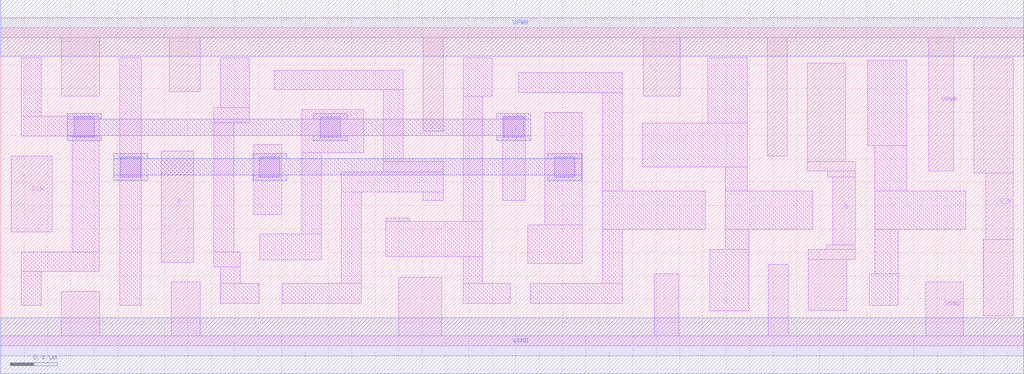
<source format=lef>
# Copyright 2020 The SkyWater PDK Authors
#
# Licensed under the Apache License, Version 2.0 (the "License");
# you may not use this file except in compliance with the License.
# You may obtain a copy of the License at
#
#     https://www.apache.org/licenses/LICENSE-2.0
#
# Unless required by applicable law or agreed to in writing, software
# distributed under the License is distributed on an "AS IS" BASIS,
# WITHOUT WARRANTIES OR CONDITIONS OF ANY KIND, either express or implied.
# See the License for the specific language governing permissions and
# limitations under the License.
#
# SPDX-License-Identifier: Apache-2.0

VERSION 5.5 ;
NAMESCASESENSITIVE ON ;
BUSBITCHARS "[]" ;
DIVIDERCHAR "/" ;
MACRO sky130_fd_sc_hd__dfxbp_1
  CLASS CORE ;
  SOURCE USER ;
  ORIGIN  0.000000  0.000000 ;
  SIZE  8.740000 BY  2.720000 ;
  SYMMETRY X Y R90 ;
  SITE unithd ;
  PIN D
    ANTENNAGATEAREA  0.126000 ;
    DIRECTION INPUT ;
    USE SIGNAL ;
    PORT
      LAYER li1 ;
        RECT 1.370000 0.715000 1.650000 1.665000 ;
    END
  END D
  PIN Q
    ANTENNADIFFAREA  0.429000 ;
    DIRECTION OUTPUT ;
    USE SIGNAL ;
    PORT
      LAYER li1 ;
        RECT 6.890000 1.495000 7.300000 1.575000 ;
        RECT 6.890000 1.575000 7.220000 2.420000 ;
        RECT 6.900000 0.305000 7.230000 0.740000 ;
        RECT 6.900000 0.740000 7.300000 0.825000 ;
        RECT 7.055000 0.825000 7.300000 0.865000 ;
        RECT 7.065000 1.445000 7.300000 1.495000 ;
        RECT 7.110000 0.865000 7.300000 1.445000 ;
    END
  END Q
  PIN Q_N
    ANTENNADIFFAREA  0.429000 ;
    DIRECTION OUTPUT ;
    USE SIGNAL ;
    PORT
      LAYER li1 ;
        RECT 8.315000 1.480000 8.650000 2.465000 ;
        RECT 8.395000 0.255000 8.650000 0.910000 ;
        RECT 8.415000 0.910000 8.650000 1.480000 ;
    END
  END Q_N
  PIN CLK
    ANTENNAGATEAREA  0.159000 ;
    DIRECTION INPUT ;
    USE CLOCK ;
    PORT
      LAYER li1 ;
        RECT 0.090000 0.975000 0.440000 1.625000 ;
    END
  END CLK
  PIN VGND
    DIRECTION INOUT ;
    SHAPE ABUTMENT ;
    USE GROUND ;
    PORT
      LAYER li1 ;
        RECT 0.000000 -0.085000 8.740000 0.085000 ;
        RECT 0.515000  0.085000 0.845000 0.465000 ;
        RECT 1.455000  0.085000 1.705000 0.545000 ;
        RECT 3.400000  0.085000 3.770000 0.585000 ;
        RECT 5.585000  0.085000 5.795000 0.615000 ;
        RECT 6.560000  0.085000 6.730000 0.695000 ;
        RECT 7.905000  0.085000 8.225000 0.545000 ;
    END
    PORT
      LAYER met1 ;
        RECT 0.000000 -0.240000 8.740000 0.240000 ;
    END
  END VGND
  PIN VPWR
    DIRECTION INOUT ;
    SHAPE ABUTMENT ;
    USE POWER ;
    PORT
      LAYER li1 ;
        RECT 0.000000 2.635000 8.740000 2.805000 ;
        RECT 0.515000 2.135000 0.845000 2.635000 ;
        RECT 1.440000 2.175000 1.705000 2.635000 ;
        RECT 3.610000 1.835000 3.780000 2.635000 ;
        RECT 5.490000 2.135000 5.805000 2.635000 ;
        RECT 6.550000 1.625000 6.720000 2.635000 ;
        RECT 7.930000 1.495000 8.145000 2.635000 ;
    END
    PORT
      LAYER met1 ;
        RECT 0.000000 2.480000 8.740000 2.960000 ;
    END
  END VPWR
  OBS
    LAYER li1 ;
      RECT 0.175000 0.345000 0.345000 0.635000 ;
      RECT 0.175000 0.635000 0.840000 0.805000 ;
      RECT 0.175000 1.795000 0.840000 1.965000 ;
      RECT 0.175000 1.965000 0.345000 2.465000 ;
      RECT 0.610000 0.805000 0.840000 1.795000 ;
      RECT 1.015000 0.345000 1.200000 2.465000 ;
      RECT 1.820000 0.675000 2.045000 0.805000 ;
      RECT 1.820000 0.805000 1.990000 1.910000 ;
      RECT 1.820000 1.910000 2.125000 2.040000 ;
      RECT 1.875000 0.365000 2.210000 0.535000 ;
      RECT 1.875000 0.535000 2.045000 0.675000 ;
      RECT 1.875000 2.040000 2.125000 2.465000 ;
      RECT 2.160000 1.125000 2.400000 1.720000 ;
      RECT 2.215000 0.735000 2.740000 0.955000 ;
      RECT 2.335000 2.190000 3.440000 2.360000 ;
      RECT 2.405000 0.365000 3.080000 0.535000 ;
      RECT 2.570000 0.955000 2.740000 1.655000 ;
      RECT 2.570000 1.655000 3.100000 2.020000 ;
      RECT 2.910000 0.535000 3.080000 1.315000 ;
      RECT 2.910000 1.315000 3.780000 1.485000 ;
      RECT 3.270000 1.485000 3.780000 1.575000 ;
      RECT 3.270000 1.575000 3.440000 2.190000 ;
      RECT 3.290000 0.765000 4.120000 1.065000 ;
      RECT 3.290000 1.065000 3.490000 1.095000 ;
      RECT 3.610000 1.245000 3.780000 1.315000 ;
      RECT 3.950000 0.365000 4.355000 0.535000 ;
      RECT 3.950000 0.535000 4.120000 0.765000 ;
      RECT 3.950000 1.065000 4.120000 2.135000 ;
      RECT 3.950000 2.135000 4.200000 2.465000 ;
      RECT 4.290000 1.245000 4.480000 1.965000 ;
      RECT 4.425000 2.165000 5.310000 2.335000 ;
      RECT 4.505000 0.705000 4.970000 1.035000 ;
      RECT 4.525000 0.365000 5.310000 0.535000 ;
      RECT 4.650000 1.035000 4.970000 1.995000 ;
      RECT 5.140000 0.535000 5.310000 0.995000 ;
      RECT 5.140000 0.995000 6.020000 1.325000 ;
      RECT 5.140000 1.325000 5.310000 2.165000 ;
      RECT 5.480000 1.530000 6.380000 1.905000 ;
      RECT 6.040000 1.905000 6.380000 2.465000 ;
      RECT 6.060000 0.300000 6.390000 0.825000 ;
      RECT 6.190000 0.825000 6.390000 0.995000 ;
      RECT 6.190000 0.995000 6.940000 1.325000 ;
      RECT 6.190000 1.325000 6.380000 1.530000 ;
      RECT 7.410000 1.715000 7.740000 2.445000 ;
      RECT 7.420000 0.345000 7.670000 0.615000 ;
      RECT 7.470000 0.615000 7.670000 0.995000 ;
      RECT 7.470000 0.995000 8.245000 1.325000 ;
      RECT 7.470000 1.325000 7.740000 1.715000 ;
    LAYER mcon ;
      RECT 0.630000 1.785000 0.800000 1.955000 ;
      RECT 1.025000 1.445000 1.195000 1.615000 ;
      RECT 2.215000 1.445000 2.385000 1.615000 ;
      RECT 2.730000 1.785000 2.900000 1.955000 ;
      RECT 4.300000 1.785000 4.470000 1.955000 ;
      RECT 4.735000 1.445000 4.905000 1.615000 ;
    LAYER met1 ;
      RECT 0.570000 1.755000 0.860000 1.800000 ;
      RECT 0.570000 1.800000 4.530000 1.940000 ;
      RECT 0.570000 1.940000 0.860000 1.985000 ;
      RECT 0.965000 1.415000 1.255000 1.460000 ;
      RECT 0.965000 1.460000 4.965000 1.600000 ;
      RECT 0.965000 1.600000 1.255000 1.645000 ;
      RECT 2.155000 1.415000 2.445000 1.460000 ;
      RECT 2.155000 1.600000 2.445000 1.645000 ;
      RECT 2.670000 1.755000 2.960000 1.800000 ;
      RECT 2.670000 1.940000 2.960000 1.985000 ;
      RECT 4.240000 1.755000 4.530000 1.800000 ;
      RECT 4.240000 1.940000 4.530000 1.985000 ;
      RECT 4.675000 1.415000 4.965000 1.460000 ;
      RECT 4.675000 1.600000 4.965000 1.645000 ;
  END
END sky130_fd_sc_hd__dfxbp_1
END LIBRARY

</source>
